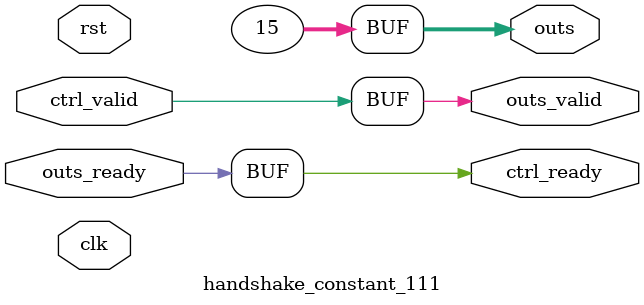
<source format=v>
`timescale 1ns / 1ps
module handshake_constant_111 #(
  parameter DATA_WIDTH = 32  // Default set to 32 bits
) (
  input                       clk,
  input                       rst,
  // Input Channel
  input                       ctrl_valid,
  output                      ctrl_ready,
  // Output Channel
  output [DATA_WIDTH - 1 : 0] outs,
  output                      outs_valid,
  input                       outs_ready
);
  assign outs       = 5'b01111;
  assign outs_valid = ctrl_valid;
  assign ctrl_ready = outs_ready;

endmodule

</source>
